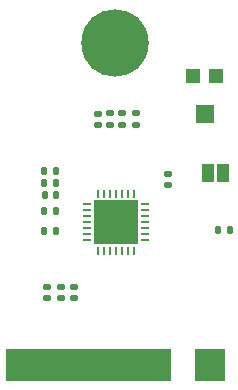
<source format=gbr>
%TF.GenerationSoftware,KiCad,Pcbnew,8.0.4*%
%TF.CreationDate,2024-09-25T00:08:57+05:30*%
%TF.ProjectId,NYSM.2_TMC2209_Stepper_driver,4e59534d-2e32-45f5-944d-43323230395f,rev?*%
%TF.SameCoordinates,Original*%
%TF.FileFunction,Soldermask,Bot*%
%TF.FilePolarity,Negative*%
%FSLAX46Y46*%
G04 Gerber Fmt 4.6, Leading zero omitted, Abs format (unit mm)*
G04 Created by KiCad (PCBNEW 8.0.4) date 2024-09-25 00:08:57*
%MOMM*%
%LPD*%
G01*
G04 APERTURE LIST*
G04 Aperture macros list*
%AMRoundRect*
0 Rectangle with rounded corners*
0 $1 Rounding radius*
0 $2 $3 $4 $5 $6 $7 $8 $9 X,Y pos of 4 corners*
0 Add a 4 corners polygon primitive as box body*
4,1,4,$2,$3,$4,$5,$6,$7,$8,$9,$2,$3,0*
0 Add four circle primitives for the rounded corners*
1,1,$1+$1,$2,$3*
1,1,$1+$1,$4,$5*
1,1,$1+$1,$6,$7*
1,1,$1+$1,$8,$9*
0 Add four rect primitives between the rounded corners*
20,1,$1+$1,$2,$3,$4,$5,0*
20,1,$1+$1,$4,$5,$6,$7,0*
20,1,$1+$1,$6,$7,$8,$9,0*
20,1,$1+$1,$8,$9,$2,$3,0*%
G04 Aperture macros list end*
%ADD10R,0.757199X0.254800*%
%ADD11R,0.254800X0.757199*%
%ADD12R,3.750000X3.750000*%
%ADD13C,5.703200*%
%ADD14RoundRect,0.101600X-0.175000X-1.250000X0.175000X-1.250000X0.175000X1.250000X-0.175000X1.250000X0*%
%ADD15RoundRect,0.135000X-0.135000X-0.185000X0.135000X-0.185000X0.135000X0.185000X-0.135000X0.185000X0*%
%ADD16RoundRect,0.140000X-0.170000X0.140000X-0.170000X-0.140000X0.170000X-0.140000X0.170000X0.140000X0*%
%ADD17RoundRect,0.140000X0.140000X0.170000X-0.140000X0.170000X-0.140000X-0.170000X0.140000X-0.170000X0*%
%ADD18RoundRect,0.135000X0.185000X-0.135000X0.185000X0.135000X-0.185000X0.135000X-0.185000X-0.135000X0*%
%ADD19RoundRect,0.135000X-0.185000X0.135000X-0.185000X-0.135000X0.185000X-0.135000X0.185000X0.135000X0*%
%ADD20RoundRect,0.135000X0.135000X0.185000X-0.135000X0.185000X-0.135000X-0.185000X0.135000X-0.185000X0*%
%ADD21R,1.000000X1.500000*%
%ADD22R,1.200000X1.200000*%
%ADD23R,1.600000X1.500000*%
G04 APERTURE END LIST*
D10*
%TO.C,U1*%
X142422600Y-119076600D03*
X142422600Y-118576601D03*
X142422600Y-118076599D03*
X142422600Y-117576600D03*
X142422600Y-117076601D03*
X142422600Y-116576599D03*
X142422600Y-116076600D03*
D11*
X143345900Y-115153300D03*
X143845899Y-115153300D03*
X144345901Y-115153300D03*
X144845900Y-115153300D03*
X145345899Y-115153300D03*
X145845901Y-115153300D03*
X146345900Y-115153300D03*
D10*
X147269200Y-116076600D03*
X147269200Y-116576599D03*
X147269200Y-117076601D03*
X147269200Y-117576600D03*
X147269200Y-118076599D03*
X147269200Y-118576601D03*
X147269200Y-119076600D03*
D11*
X146345900Y-119999900D03*
X145845901Y-119999900D03*
X145345899Y-119999900D03*
X144845900Y-119999900D03*
X144345901Y-119999900D03*
X143845899Y-119999900D03*
X143345900Y-119999900D03*
D12*
X144845900Y-117576600D03*
%TD*%
D13*
%TO.C,U2*%
X144780000Y-102400000D03*
D14*
X153780000Y-129650000D03*
X153280000Y-129650000D03*
X152780000Y-129650000D03*
X152280000Y-129650000D03*
X151780000Y-129650000D03*
X149280000Y-129650000D03*
X148780000Y-129650000D03*
X148280000Y-129650000D03*
X147780000Y-129650000D03*
X147280000Y-129650000D03*
X146780000Y-129650000D03*
X146280000Y-129650000D03*
X145780000Y-129650000D03*
X145280000Y-129650000D03*
X144780000Y-129650000D03*
X144280000Y-129650000D03*
X143780000Y-129650000D03*
X143280000Y-129650000D03*
X142780000Y-129650000D03*
X142280000Y-129650000D03*
X141780000Y-129650000D03*
X141280000Y-129650000D03*
X140780000Y-129650000D03*
X140280000Y-129650000D03*
X139780000Y-129650000D03*
X139280000Y-129650000D03*
X138780000Y-129650000D03*
X138280000Y-129650000D03*
X137780000Y-129650000D03*
X137280000Y-129650000D03*
X136780000Y-129650000D03*
X136280000Y-129650000D03*
X135780000Y-129650000D03*
%TD*%
D15*
%TO.C,R9*%
X138751400Y-113279200D03*
X139771400Y-113279200D03*
%TD*%
D16*
%TO.C,C9*%
X140161400Y-123069200D03*
X140161400Y-124029200D03*
%TD*%
D17*
%TO.C,C1*%
X139741400Y-116609200D03*
X138781400Y-116609200D03*
%TD*%
D18*
%TO.C,R6*%
X144351400Y-109369200D03*
X144351400Y-108349200D03*
%TD*%
D16*
%TO.C,C10*%
X139041400Y-123059200D03*
X139041400Y-124019200D03*
%TD*%
D15*
%TO.C,R1*%
X138751400Y-118299200D03*
X139771400Y-118299200D03*
%TD*%
D19*
%TO.C,R2*%
X145391400Y-108339200D03*
X145391400Y-109359200D03*
%TD*%
D20*
%TO.C,R8*%
X139751400Y-114289200D03*
X138731400Y-114289200D03*
%TD*%
D19*
%TO.C,R3*%
X146501400Y-108349200D03*
X146501400Y-109369200D03*
%TD*%
D16*
%TO.C,C8*%
X141291400Y-123069200D03*
X141291400Y-124029200D03*
%TD*%
D20*
%TO.C,R7*%
X154461400Y-118229200D03*
X153441400Y-118229200D03*
%TD*%
D16*
%TO.C,C7*%
X143311400Y-108399200D03*
X143311400Y-109359200D03*
%TD*%
D17*
%TO.C,C2*%
X139751400Y-115319200D03*
X138791400Y-115319200D03*
%TD*%
D21*
%TO.C,JP1*%
X153921400Y-113429200D03*
X152621400Y-113429200D03*
%TD*%
D16*
%TO.C,C6*%
X149241400Y-113469200D03*
X149241400Y-114429200D03*
%TD*%
D22*
%TO.C,RV1*%
X153341400Y-105199200D03*
D23*
X152341400Y-108449200D03*
D22*
X151341400Y-105199200D03*
%TD*%
M02*

</source>
